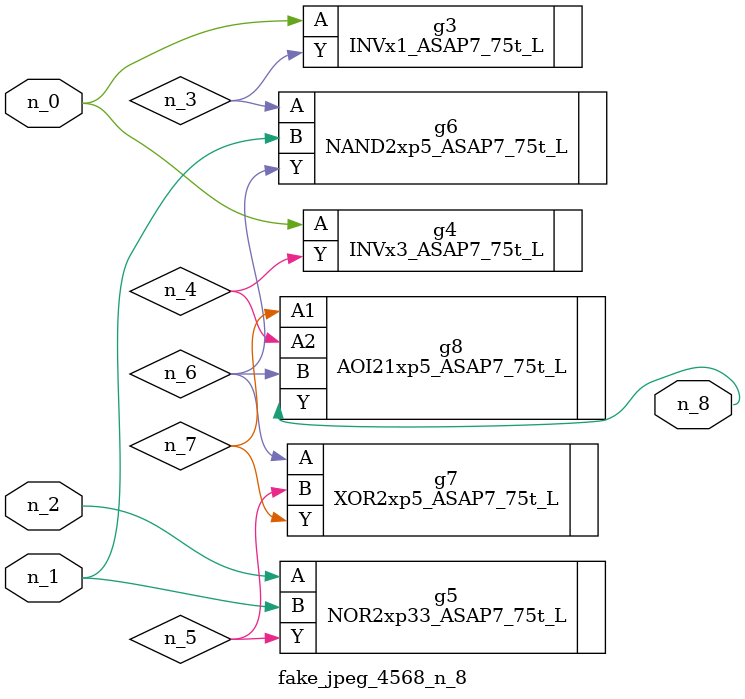
<source format=v>
module fake_jpeg_4568_n_8 (n_0, n_2, n_1, n_8);

input n_0;
input n_2;
input n_1;

output n_8;

wire n_3;
wire n_4;
wire n_6;
wire n_5;
wire n_7;

INVx1_ASAP7_75t_L g3 ( 
.A(n_0),
.Y(n_3)
);

INVx3_ASAP7_75t_L g4 ( 
.A(n_0),
.Y(n_4)
);

NOR2xp33_ASAP7_75t_L g5 ( 
.A(n_2),
.B(n_1),
.Y(n_5)
);

NAND2xp5_ASAP7_75t_L g6 ( 
.A(n_3),
.B(n_1),
.Y(n_6)
);

XOR2xp5_ASAP7_75t_L g7 ( 
.A(n_6),
.B(n_5),
.Y(n_7)
);

AOI21xp5_ASAP7_75t_L g8 ( 
.A1(n_7),
.A2(n_4),
.B(n_6),
.Y(n_8)
);


endmodule
</source>
